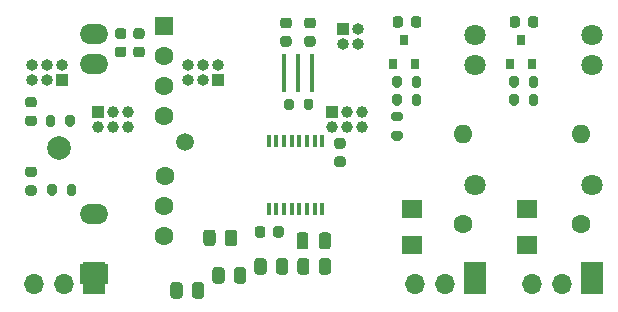
<source format=gbr>
%TF.GenerationSoftware,KiCad,Pcbnew,(5.1.10)-1*%
%TF.CreationDate,2022-01-17T02:07:03+07:00*%
%TF.ProjectId,Power_manager_v3,506f7765-725f-46d6-916e-616765725f76,rev?*%
%TF.SameCoordinates,Original*%
%TF.FileFunction,Soldermask,Bot*%
%TF.FilePolarity,Negative*%
%FSLAX46Y46*%
G04 Gerber Fmt 4.6, Leading zero omitted, Abs format (unit mm)*
G04 Created by KiCad (PCBNEW (5.1.10)-1) date 2022-01-17 02:07:03*
%MOMM*%
%LPD*%
G01*
G04 APERTURE LIST*
%ADD10C,1.000000*%
%ADD11R,1.000000X1.000000*%
%ADD12C,1.600000*%
%ADD13R,1.600000X1.600000*%
%ADD14R,2.400000X1.700000*%
%ADD15O,2.400000X1.700000*%
%ADD16O,1.700000X1.700000*%
%ADD17R,1.900000X2.700000*%
%ADD18O,1.000000X1.000000*%
%ADD19C,1.500000*%
%ADD20O,1.600000X1.600000*%
%ADD21C,2.000000*%
%ADD22R,0.400000X3.200000*%
%ADD23R,0.400000X1.000000*%
%ADD24R,0.800000X0.900000*%
%ADD25C,1.800000*%
%ADD26R,1.800000X1.800000*%
%ADD27R,1.800000X1.500000*%
G04 APERTURE END LIST*
D10*
%TO.C,U7*%
X104191000Y-84887000D03*
X104191000Y-83617000D03*
X102921000Y-84887000D03*
X102921000Y-83617000D03*
X101651000Y-84887000D03*
D11*
X101651000Y-83617000D03*
D10*
X84379000Y-84887000D03*
X84379000Y-83617000D03*
X83109000Y-84887000D03*
X83109000Y-83617000D03*
X81839000Y-84887000D03*
D11*
X81839000Y-83617000D03*
%TD*%
D12*
%TO.C,U4*%
X87427000Y-94158000D03*
X87427000Y-91618000D03*
X87436500Y-89078000D03*
X87427000Y-83998000D03*
X87427000Y-81458000D03*
X87427000Y-78918000D03*
D13*
X87427000Y-76378000D03*
%TD*%
D14*
%TO.C,U1*%
X81458000Y-97333000D03*
D15*
X81458000Y-92253000D03*
X81458000Y-79553000D03*
X81458000Y-77013000D03*
%TD*%
D16*
%TO.C,J4*%
X118542000Y-98222000D03*
X121082000Y-98222000D03*
D17*
X123622000Y-97714000D03*
%TD*%
D16*
%TO.C,J3*%
X108636000Y-98222000D03*
X111176000Y-98222000D03*
D17*
X113716000Y-97714000D03*
%TD*%
D16*
%TO.C,J1*%
X76378000Y-98222000D03*
X78918000Y-98222000D03*
D17*
X81458000Y-97714000D03*
%TD*%
D18*
%TO.C,JP4*%
X103810000Y-77902000D03*
X103810000Y-76632000D03*
X102540000Y-77902000D03*
D11*
X102540000Y-76632000D03*
%TD*%
D18*
%TO.C,J6*%
X89459000Y-79680000D03*
X89459000Y-80950000D03*
X90729000Y-79680000D03*
X90729000Y-80950000D03*
X91999000Y-79680000D03*
D11*
X91999000Y-80950000D03*
%TD*%
D19*
%TO.C,KP1*%
X89205000Y-86157000D03*
%TD*%
D20*
%TO.C,F1*%
X112700000Y-85522000D03*
D12*
X112700000Y-93142000D03*
%TD*%
%TO.C,R27*%
G36*
G01*
X106837000Y-85248000D02*
X107387000Y-85248000D01*
G75*
G02*
X107587000Y-85448000I0J-200000D01*
G01*
X107587000Y-85848000D01*
G75*
G02*
X107387000Y-86048000I-200000J0D01*
G01*
X106837000Y-86048000D01*
G75*
G02*
X106637000Y-85848000I0J200000D01*
G01*
X106637000Y-85448000D01*
G75*
G02*
X106837000Y-85248000I200000J0D01*
G01*
G37*
G36*
G01*
X106837000Y-83598000D02*
X107387000Y-83598000D01*
G75*
G02*
X107587000Y-83798000I0J-200000D01*
G01*
X107587000Y-84198000D01*
G75*
G02*
X107387000Y-84398000I-200000J0D01*
G01*
X106837000Y-84398000D01*
G75*
G02*
X106637000Y-84198000I0J200000D01*
G01*
X106637000Y-83798000D01*
G75*
G02*
X106837000Y-83598000I200000J0D01*
G01*
G37*
%TD*%
%TO.C,L1*%
G36*
G01*
X92549500Y-94735001D02*
X92549500Y-93834999D01*
G75*
G02*
X92799499Y-93585000I249999J0D01*
G01*
X93324501Y-93585000D01*
G75*
G02*
X93574500Y-93834999I0J-249999D01*
G01*
X93574500Y-94735001D01*
G75*
G02*
X93324501Y-94985000I-249999J0D01*
G01*
X92799499Y-94985000D01*
G75*
G02*
X92549500Y-94735001I0J249999D01*
G01*
G37*
G36*
G01*
X90724500Y-94735001D02*
X90724500Y-93834999D01*
G75*
G02*
X90974499Y-93585000I249999J0D01*
G01*
X91499501Y-93585000D01*
G75*
G02*
X91749500Y-93834999I0J-249999D01*
G01*
X91749500Y-94735001D01*
G75*
G02*
X91499501Y-94985000I-249999J0D01*
G01*
X90974499Y-94985000D01*
G75*
G02*
X90724500Y-94735001I0J249999D01*
G01*
G37*
%TD*%
%TO.C,C16*%
G36*
G01*
X102036000Y-87384000D02*
X102536000Y-87384000D01*
G75*
G02*
X102761000Y-87609000I0J-225000D01*
G01*
X102761000Y-88059000D01*
G75*
G02*
X102536000Y-88284000I-225000J0D01*
G01*
X102036000Y-88284000D01*
G75*
G02*
X101811000Y-88059000I0J225000D01*
G01*
X101811000Y-87609000D01*
G75*
G02*
X102036000Y-87384000I225000J0D01*
G01*
G37*
G36*
G01*
X102036000Y-85834000D02*
X102536000Y-85834000D01*
G75*
G02*
X102761000Y-86059000I0J-225000D01*
G01*
X102761000Y-86509000D01*
G75*
G02*
X102536000Y-86734000I-225000J0D01*
G01*
X102036000Y-86734000D01*
G75*
G02*
X101811000Y-86509000I0J225000D01*
G01*
X101811000Y-86059000D01*
G75*
G02*
X102036000Y-85834000I225000J0D01*
G01*
G37*
%TD*%
%TO.C,C14*%
G36*
G01*
X95979000Y-93527000D02*
X95979000Y-94027000D01*
G75*
G02*
X95754000Y-94252000I-225000J0D01*
G01*
X95304000Y-94252000D01*
G75*
G02*
X95079000Y-94027000I0J225000D01*
G01*
X95079000Y-93527000D01*
G75*
G02*
X95304000Y-93302000I225000J0D01*
G01*
X95754000Y-93302000D01*
G75*
G02*
X95979000Y-93527000I0J-225000D01*
G01*
G37*
G36*
G01*
X97529000Y-93527000D02*
X97529000Y-94027000D01*
G75*
G02*
X97304000Y-94252000I-225000J0D01*
G01*
X96854000Y-94252000D01*
G75*
G02*
X96629000Y-94027000I0J225000D01*
G01*
X96629000Y-93527000D01*
G75*
G02*
X96854000Y-93302000I225000J0D01*
G01*
X97304000Y-93302000D01*
G75*
G02*
X97529000Y-93527000I0J-225000D01*
G01*
G37*
%TD*%
D21*
%TO.C,GND1*%
X78537000Y-86665000D03*
%TD*%
D22*
%TO.C,Y2*%
X99930000Y-80315000D03*
X98730000Y-80315000D03*
X97530000Y-80315000D03*
%TD*%
D23*
%TO.C,U6*%
X100807000Y-86072000D03*
X100157000Y-86072000D03*
X99507000Y-86072000D03*
X98857000Y-86072000D03*
X98207000Y-86072000D03*
X97557000Y-86072000D03*
X96907000Y-86072000D03*
X96257000Y-86072000D03*
X96257000Y-91872000D03*
X96907000Y-91872000D03*
X97557000Y-91872000D03*
X98207000Y-91872000D03*
X98857000Y-91872000D03*
X99507000Y-91872000D03*
X100157000Y-91872000D03*
X100807000Y-91872000D03*
%TD*%
%TO.C,R26*%
G36*
G01*
X98368000Y-82707000D02*
X98368000Y-83257000D01*
G75*
G02*
X98168000Y-83457000I-200000J0D01*
G01*
X97768000Y-83457000D01*
G75*
G02*
X97568000Y-83257000I0J200000D01*
G01*
X97568000Y-82707000D01*
G75*
G02*
X97768000Y-82507000I200000J0D01*
G01*
X98168000Y-82507000D01*
G75*
G02*
X98368000Y-82707000I0J-200000D01*
G01*
G37*
G36*
G01*
X100018000Y-82707000D02*
X100018000Y-83257000D01*
G75*
G02*
X99818000Y-83457000I-200000J0D01*
G01*
X99418000Y-83457000D01*
G75*
G02*
X99218000Y-83257000I0J200000D01*
G01*
X99218000Y-82707000D01*
G75*
G02*
X99418000Y-82507000I200000J0D01*
G01*
X99818000Y-82507000D01*
G75*
G02*
X100018000Y-82707000I0J-200000D01*
G01*
G37*
%TD*%
%TO.C,R22*%
G36*
G01*
X100503500Y-97148001D02*
X100503500Y-96247999D01*
G75*
G02*
X100753499Y-95998000I249999J0D01*
G01*
X101278501Y-95998000D01*
G75*
G02*
X101528500Y-96247999I0J-249999D01*
G01*
X101528500Y-97148001D01*
G75*
G02*
X101278501Y-97398000I-249999J0D01*
G01*
X100753499Y-97398000D01*
G75*
G02*
X100503500Y-97148001I0J249999D01*
G01*
G37*
G36*
G01*
X98678500Y-97148001D02*
X98678500Y-96247999D01*
G75*
G02*
X98928499Y-95998000I249999J0D01*
G01*
X99453501Y-95998000D01*
G75*
G02*
X99703500Y-96247999I0J-249999D01*
G01*
X99703500Y-97148001D01*
G75*
G02*
X99453501Y-97398000I-249999J0D01*
G01*
X98928499Y-97398000D01*
G75*
G02*
X98678500Y-97148001I0J249999D01*
G01*
G37*
%TD*%
%TO.C,R17*%
G36*
G01*
X96067500Y-96247999D02*
X96067500Y-97148001D01*
G75*
G02*
X95817501Y-97398000I-249999J0D01*
G01*
X95292499Y-97398000D01*
G75*
G02*
X95042500Y-97148001I0J249999D01*
G01*
X95042500Y-96247999D01*
G75*
G02*
X95292499Y-95998000I249999J0D01*
G01*
X95817501Y-95998000D01*
G75*
G02*
X96067500Y-96247999I0J-249999D01*
G01*
G37*
G36*
G01*
X97892500Y-96247999D02*
X97892500Y-97148001D01*
G75*
G02*
X97642501Y-97398000I-249999J0D01*
G01*
X97117499Y-97398000D01*
G75*
G02*
X96867500Y-97148001I0J249999D01*
G01*
X96867500Y-96247999D01*
G75*
G02*
X97117499Y-95998000I249999J0D01*
G01*
X97642501Y-95998000D01*
G75*
G02*
X97892500Y-96247999I0J-249999D01*
G01*
G37*
%TD*%
%TO.C,R12*%
G36*
G01*
X88955500Y-98279999D02*
X88955500Y-99180001D01*
G75*
G02*
X88705501Y-99430000I-249999J0D01*
G01*
X88180499Y-99430000D01*
G75*
G02*
X87930500Y-99180001I0J249999D01*
G01*
X87930500Y-98279999D01*
G75*
G02*
X88180499Y-98030000I249999J0D01*
G01*
X88705501Y-98030000D01*
G75*
G02*
X88955500Y-98279999I0J-249999D01*
G01*
G37*
G36*
G01*
X90780500Y-98279999D02*
X90780500Y-99180001D01*
G75*
G02*
X90530501Y-99430000I-249999J0D01*
G01*
X90005499Y-99430000D01*
G75*
G02*
X89755500Y-99180001I0J249999D01*
G01*
X89755500Y-98279999D01*
G75*
G02*
X90005499Y-98030000I249999J0D01*
G01*
X90530501Y-98030000D01*
G75*
G02*
X90780500Y-98279999I0J-249999D01*
G01*
G37*
%TD*%
%TO.C,R11*%
G36*
G01*
X92511500Y-97009999D02*
X92511500Y-97910001D01*
G75*
G02*
X92261501Y-98160000I-249999J0D01*
G01*
X91736499Y-98160000D01*
G75*
G02*
X91486500Y-97910001I0J249999D01*
G01*
X91486500Y-97009999D01*
G75*
G02*
X91736499Y-96760000I249999J0D01*
G01*
X92261501Y-96760000D01*
G75*
G02*
X92511500Y-97009999I0J-249999D01*
G01*
G37*
G36*
G01*
X94336500Y-97009999D02*
X94336500Y-97910001D01*
G75*
G02*
X94086501Y-98160000I-249999J0D01*
G01*
X93561499Y-98160000D01*
G75*
G02*
X93311500Y-97910001I0J249999D01*
G01*
X93311500Y-97009999D01*
G75*
G02*
X93561499Y-96760000I249999J0D01*
G01*
X94086501Y-96760000D01*
G75*
G02*
X94336500Y-97009999I0J-249999D01*
G01*
G37*
%TD*%
%TO.C,R7*%
G36*
G01*
X107513000Y-80802000D02*
X107513000Y-81352000D01*
G75*
G02*
X107313000Y-81552000I-200000J0D01*
G01*
X106913000Y-81552000D01*
G75*
G02*
X106713000Y-81352000I0J200000D01*
G01*
X106713000Y-80802000D01*
G75*
G02*
X106913000Y-80602000I200000J0D01*
G01*
X107313000Y-80602000D01*
G75*
G02*
X107513000Y-80802000I0J-200000D01*
G01*
G37*
G36*
G01*
X109163000Y-80802000D02*
X109163000Y-81352000D01*
G75*
G02*
X108963000Y-81552000I-200000J0D01*
G01*
X108563000Y-81552000D01*
G75*
G02*
X108363000Y-81352000I0J200000D01*
G01*
X108363000Y-80802000D01*
G75*
G02*
X108563000Y-80602000I200000J0D01*
G01*
X108963000Y-80602000D01*
G75*
G02*
X109163000Y-80802000I0J-200000D01*
G01*
G37*
%TD*%
%TO.C,R3*%
G36*
G01*
X107513000Y-82326000D02*
X107513000Y-82876000D01*
G75*
G02*
X107313000Y-83076000I-200000J0D01*
G01*
X106913000Y-83076000D01*
G75*
G02*
X106713000Y-82876000I0J200000D01*
G01*
X106713000Y-82326000D01*
G75*
G02*
X106913000Y-82126000I200000J0D01*
G01*
X107313000Y-82126000D01*
G75*
G02*
X107513000Y-82326000I0J-200000D01*
G01*
G37*
G36*
G01*
X109163000Y-82326000D02*
X109163000Y-82876000D01*
G75*
G02*
X108963000Y-83076000I-200000J0D01*
G01*
X108563000Y-83076000D01*
G75*
G02*
X108363000Y-82876000I0J200000D01*
G01*
X108363000Y-82326000D01*
G75*
G02*
X108563000Y-82126000I200000J0D01*
G01*
X108963000Y-82126000D01*
G75*
G02*
X109163000Y-82326000I0J-200000D01*
G01*
G37*
%TD*%
D24*
%TO.C,Q1*%
X107686000Y-77521000D03*
X106736000Y-79521000D03*
X108636000Y-79521000D03*
%TD*%
%TO.C,C19*%
G36*
G01*
X97464000Y-77198000D02*
X97964000Y-77198000D01*
G75*
G02*
X98189000Y-77423000I0J-225000D01*
G01*
X98189000Y-77873000D01*
G75*
G02*
X97964000Y-78098000I-225000J0D01*
G01*
X97464000Y-78098000D01*
G75*
G02*
X97239000Y-77873000I0J225000D01*
G01*
X97239000Y-77423000D01*
G75*
G02*
X97464000Y-77198000I225000J0D01*
G01*
G37*
G36*
G01*
X97464000Y-75648000D02*
X97964000Y-75648000D01*
G75*
G02*
X98189000Y-75873000I0J-225000D01*
G01*
X98189000Y-76323000D01*
G75*
G02*
X97964000Y-76548000I-225000J0D01*
G01*
X97464000Y-76548000D01*
G75*
G02*
X97239000Y-76323000I0J225000D01*
G01*
X97239000Y-75873000D01*
G75*
G02*
X97464000Y-75648000I225000J0D01*
G01*
G37*
%TD*%
%TO.C,C18*%
G36*
G01*
X99496000Y-77198000D02*
X99996000Y-77198000D01*
G75*
G02*
X100221000Y-77423000I0J-225000D01*
G01*
X100221000Y-77873000D01*
G75*
G02*
X99996000Y-78098000I-225000J0D01*
G01*
X99496000Y-78098000D01*
G75*
G02*
X99271000Y-77873000I0J225000D01*
G01*
X99271000Y-77423000D01*
G75*
G02*
X99496000Y-77198000I225000J0D01*
G01*
G37*
G36*
G01*
X99496000Y-75648000D02*
X99996000Y-75648000D01*
G75*
G02*
X100221000Y-75873000I0J-225000D01*
G01*
X100221000Y-76323000D01*
G75*
G02*
X99996000Y-76548000I-225000J0D01*
G01*
X99496000Y-76548000D01*
G75*
G02*
X99271000Y-76323000I0J225000D01*
G01*
X99271000Y-75873000D01*
G75*
G02*
X99496000Y-75648000I225000J0D01*
G01*
G37*
%TD*%
%TO.C,C13*%
G36*
G01*
X99616000Y-94064000D02*
X99616000Y-95014000D01*
G75*
G02*
X99366000Y-95264000I-250000J0D01*
G01*
X98866000Y-95264000D01*
G75*
G02*
X98616000Y-95014000I0J250000D01*
G01*
X98616000Y-94064000D01*
G75*
G02*
X98866000Y-93814000I250000J0D01*
G01*
X99366000Y-93814000D01*
G75*
G02*
X99616000Y-94064000I0J-250000D01*
G01*
G37*
G36*
G01*
X101516000Y-94064000D02*
X101516000Y-95014000D01*
G75*
G02*
X101266000Y-95264000I-250000J0D01*
G01*
X100766000Y-95264000D01*
G75*
G02*
X100516000Y-95014000I0J250000D01*
G01*
X100516000Y-94064000D01*
G75*
G02*
X100766000Y-93814000I250000J0D01*
G01*
X101266000Y-93814000D01*
G75*
G02*
X101516000Y-94064000I0J-250000D01*
G01*
G37*
%TD*%
%TO.C,C8*%
G36*
G01*
X83968000Y-77437000D02*
X83468000Y-77437000D01*
G75*
G02*
X83243000Y-77212000I0J225000D01*
G01*
X83243000Y-76762000D01*
G75*
G02*
X83468000Y-76537000I225000J0D01*
G01*
X83968000Y-76537000D01*
G75*
G02*
X84193000Y-76762000I0J-225000D01*
G01*
X84193000Y-77212000D01*
G75*
G02*
X83968000Y-77437000I-225000J0D01*
G01*
G37*
G36*
G01*
X83968000Y-78987000D02*
X83468000Y-78987000D01*
G75*
G02*
X83243000Y-78762000I0J225000D01*
G01*
X83243000Y-78312000D01*
G75*
G02*
X83468000Y-78087000I225000J0D01*
G01*
X83968000Y-78087000D01*
G75*
G02*
X84193000Y-78312000I0J-225000D01*
G01*
X84193000Y-78762000D01*
G75*
G02*
X83968000Y-78987000I-225000J0D01*
G01*
G37*
%TD*%
%TO.C,C6*%
G36*
G01*
X85518000Y-77437000D02*
X85018000Y-77437000D01*
G75*
G02*
X84793000Y-77212000I0J225000D01*
G01*
X84793000Y-76762000D01*
G75*
G02*
X85018000Y-76537000I225000J0D01*
G01*
X85518000Y-76537000D01*
G75*
G02*
X85743000Y-76762000I0J-225000D01*
G01*
X85743000Y-77212000D01*
G75*
G02*
X85518000Y-77437000I-225000J0D01*
G01*
G37*
G36*
G01*
X85518000Y-78987000D02*
X85018000Y-78987000D01*
G75*
G02*
X84793000Y-78762000I0J225000D01*
G01*
X84793000Y-78312000D01*
G75*
G02*
X85018000Y-78087000I225000J0D01*
G01*
X85518000Y-78087000D01*
G75*
G02*
X85743000Y-78312000I0J-225000D01*
G01*
X85743000Y-78762000D01*
G75*
G02*
X85518000Y-78987000I-225000J0D01*
G01*
G37*
%TD*%
%TO.C,R4*%
G36*
G01*
X117419000Y-82326000D02*
X117419000Y-82876000D01*
G75*
G02*
X117219000Y-83076000I-200000J0D01*
G01*
X116819000Y-83076000D01*
G75*
G02*
X116619000Y-82876000I0J200000D01*
G01*
X116619000Y-82326000D01*
G75*
G02*
X116819000Y-82126000I200000J0D01*
G01*
X117219000Y-82126000D01*
G75*
G02*
X117419000Y-82326000I0J-200000D01*
G01*
G37*
G36*
G01*
X119069000Y-82326000D02*
X119069000Y-82876000D01*
G75*
G02*
X118869000Y-83076000I-200000J0D01*
G01*
X118469000Y-83076000D01*
G75*
G02*
X118269000Y-82876000I0J200000D01*
G01*
X118269000Y-82326000D01*
G75*
G02*
X118469000Y-82126000I200000J0D01*
G01*
X118869000Y-82126000D01*
G75*
G02*
X119069000Y-82326000I0J-200000D01*
G01*
G37*
%TD*%
%TO.C,R10*%
G36*
G01*
X117419000Y-80802000D02*
X117419000Y-81352000D01*
G75*
G02*
X117219000Y-81552000I-200000J0D01*
G01*
X116819000Y-81552000D01*
G75*
G02*
X116619000Y-81352000I0J200000D01*
G01*
X116619000Y-80802000D01*
G75*
G02*
X116819000Y-80602000I200000J0D01*
G01*
X117219000Y-80602000D01*
G75*
G02*
X117419000Y-80802000I0J-200000D01*
G01*
G37*
G36*
G01*
X119069000Y-80802000D02*
X119069000Y-81352000D01*
G75*
G02*
X118869000Y-81552000I-200000J0D01*
G01*
X118469000Y-81552000D01*
G75*
G02*
X118269000Y-81352000I0J200000D01*
G01*
X118269000Y-80802000D01*
G75*
G02*
X118469000Y-80602000I200000J0D01*
G01*
X118869000Y-80602000D01*
G75*
G02*
X119069000Y-80802000I0J-200000D01*
G01*
G37*
%TD*%
%TO.C,Q2*%
X117592000Y-77553000D03*
X116642000Y-79553000D03*
X118542000Y-79553000D03*
%TD*%
%TO.C,R14*%
G36*
G01*
X79153000Y-90496000D02*
X79153000Y-89946000D01*
G75*
G02*
X79353000Y-89746000I200000J0D01*
G01*
X79753000Y-89746000D01*
G75*
G02*
X79953000Y-89946000I0J-200000D01*
G01*
X79953000Y-90496000D01*
G75*
G02*
X79753000Y-90696000I-200000J0D01*
G01*
X79353000Y-90696000D01*
G75*
G02*
X79153000Y-90496000I0J200000D01*
G01*
G37*
G36*
G01*
X77503000Y-90496000D02*
X77503000Y-89946000D01*
G75*
G02*
X77703000Y-89746000I200000J0D01*
G01*
X78103000Y-89746000D01*
G75*
G02*
X78303000Y-89946000I0J-200000D01*
G01*
X78303000Y-90496000D01*
G75*
G02*
X78103000Y-90696000I-200000J0D01*
G01*
X77703000Y-90696000D01*
G75*
G02*
X77503000Y-90496000I0J200000D01*
G01*
G37*
%TD*%
%TO.C,D6*%
G36*
G01*
X75867750Y-89834500D02*
X76380250Y-89834500D01*
G75*
G02*
X76599000Y-90053250I0J-218750D01*
G01*
X76599000Y-90490750D01*
G75*
G02*
X76380250Y-90709500I-218750J0D01*
G01*
X75867750Y-90709500D01*
G75*
G02*
X75649000Y-90490750I0J218750D01*
G01*
X75649000Y-90053250D01*
G75*
G02*
X75867750Y-89834500I218750J0D01*
G01*
G37*
G36*
G01*
X75867750Y-88259500D02*
X76380250Y-88259500D01*
G75*
G02*
X76599000Y-88478250I0J-218750D01*
G01*
X76599000Y-88915750D01*
G75*
G02*
X76380250Y-89134500I-218750J0D01*
G01*
X75867750Y-89134500D01*
G75*
G02*
X75649000Y-88915750I0J218750D01*
G01*
X75649000Y-88478250D01*
G75*
G02*
X75867750Y-88259500I218750J0D01*
G01*
G37*
%TD*%
D25*
%TO.C,U2*%
X113716000Y-77140000D03*
X113716000Y-79680000D03*
X113716000Y-89840000D03*
D26*
X113716000Y-97460000D03*
%TD*%
D27*
%TO.C,R16*%
X118161000Y-91872000D03*
X118161000Y-94872000D03*
%TD*%
%TO.C,R15*%
X108382000Y-91872000D03*
X108382000Y-94872000D03*
%TD*%
%TO.C,D2*%
G36*
G01*
X118219000Y-76253250D02*
X118219000Y-75740750D01*
G75*
G02*
X118437750Y-75522000I218750J0D01*
G01*
X118875250Y-75522000D01*
G75*
G02*
X119094000Y-75740750I0J-218750D01*
G01*
X119094000Y-76253250D01*
G75*
G02*
X118875250Y-76472000I-218750J0D01*
G01*
X118437750Y-76472000D01*
G75*
G02*
X118219000Y-76253250I0J218750D01*
G01*
G37*
G36*
G01*
X116644000Y-76253250D02*
X116644000Y-75740750D01*
G75*
G02*
X116862750Y-75522000I218750J0D01*
G01*
X117300250Y-75522000D01*
G75*
G02*
X117519000Y-75740750I0J-218750D01*
G01*
X117519000Y-76253250D01*
G75*
G02*
X117300250Y-76472000I-218750J0D01*
G01*
X116862750Y-76472000D01*
G75*
G02*
X116644000Y-76253250I0J218750D01*
G01*
G37*
%TD*%
%TO.C,D1*%
G36*
G01*
X108313000Y-76253250D02*
X108313000Y-75740750D01*
G75*
G02*
X108531750Y-75522000I218750J0D01*
G01*
X108969250Y-75522000D01*
G75*
G02*
X109188000Y-75740750I0J-218750D01*
G01*
X109188000Y-76253250D01*
G75*
G02*
X108969250Y-76472000I-218750J0D01*
G01*
X108531750Y-76472000D01*
G75*
G02*
X108313000Y-76253250I0J218750D01*
G01*
G37*
G36*
G01*
X106738000Y-76253250D02*
X106738000Y-75740750D01*
G75*
G02*
X106956750Y-75522000I218750J0D01*
G01*
X107394250Y-75522000D01*
G75*
G02*
X107613000Y-75740750I0J-218750D01*
G01*
X107613000Y-76253250D01*
G75*
G02*
X107394250Y-76472000I-218750J0D01*
G01*
X106956750Y-76472000D01*
G75*
G02*
X106738000Y-76253250I0J218750D01*
G01*
G37*
%TD*%
%TO.C,R13*%
G36*
G01*
X79025000Y-84654000D02*
X79025000Y-84104000D01*
G75*
G02*
X79225000Y-83904000I200000J0D01*
G01*
X79625000Y-83904000D01*
G75*
G02*
X79825000Y-84104000I0J-200000D01*
G01*
X79825000Y-84654000D01*
G75*
G02*
X79625000Y-84854000I-200000J0D01*
G01*
X79225000Y-84854000D01*
G75*
G02*
X79025000Y-84654000I0J200000D01*
G01*
G37*
G36*
G01*
X77375000Y-84654000D02*
X77375000Y-84104000D01*
G75*
G02*
X77575000Y-83904000I200000J0D01*
G01*
X77975000Y-83904000D01*
G75*
G02*
X78175000Y-84104000I0J-200000D01*
G01*
X78175000Y-84654000D01*
G75*
G02*
X77975000Y-84854000I-200000J0D01*
G01*
X77575000Y-84854000D01*
G75*
G02*
X77375000Y-84654000I0J200000D01*
G01*
G37*
%TD*%
%TO.C,D5*%
G36*
G01*
X75867750Y-83941500D02*
X76380250Y-83941500D01*
G75*
G02*
X76599000Y-84160250I0J-218750D01*
G01*
X76599000Y-84597750D01*
G75*
G02*
X76380250Y-84816500I-218750J0D01*
G01*
X75867750Y-84816500D01*
G75*
G02*
X75649000Y-84597750I0J218750D01*
G01*
X75649000Y-84160250D01*
G75*
G02*
X75867750Y-83941500I218750J0D01*
G01*
G37*
G36*
G01*
X75867750Y-82366500D02*
X76380250Y-82366500D01*
G75*
G02*
X76599000Y-82585250I0J-218750D01*
G01*
X76599000Y-83022750D01*
G75*
G02*
X76380250Y-83241500I-218750J0D01*
G01*
X75867750Y-83241500D01*
G75*
G02*
X75649000Y-83022750I0J218750D01*
G01*
X75649000Y-82585250D01*
G75*
G02*
X75867750Y-82366500I218750J0D01*
G01*
G37*
%TD*%
D25*
%TO.C,U3*%
X123622000Y-77140000D03*
X123622000Y-79680000D03*
X123622000Y-89840000D03*
D26*
X123622000Y-97460000D03*
%TD*%
D18*
%TO.C,J2*%
X76251000Y-79680000D03*
X76251000Y-80950000D03*
X77521000Y-79680000D03*
X77521000Y-80950000D03*
X78791000Y-79680000D03*
D11*
X78791000Y-80950000D03*
%TD*%
D20*
%TO.C,F2*%
X122733000Y-85522000D03*
D12*
X122733000Y-93142000D03*
%TD*%
M02*

</source>
